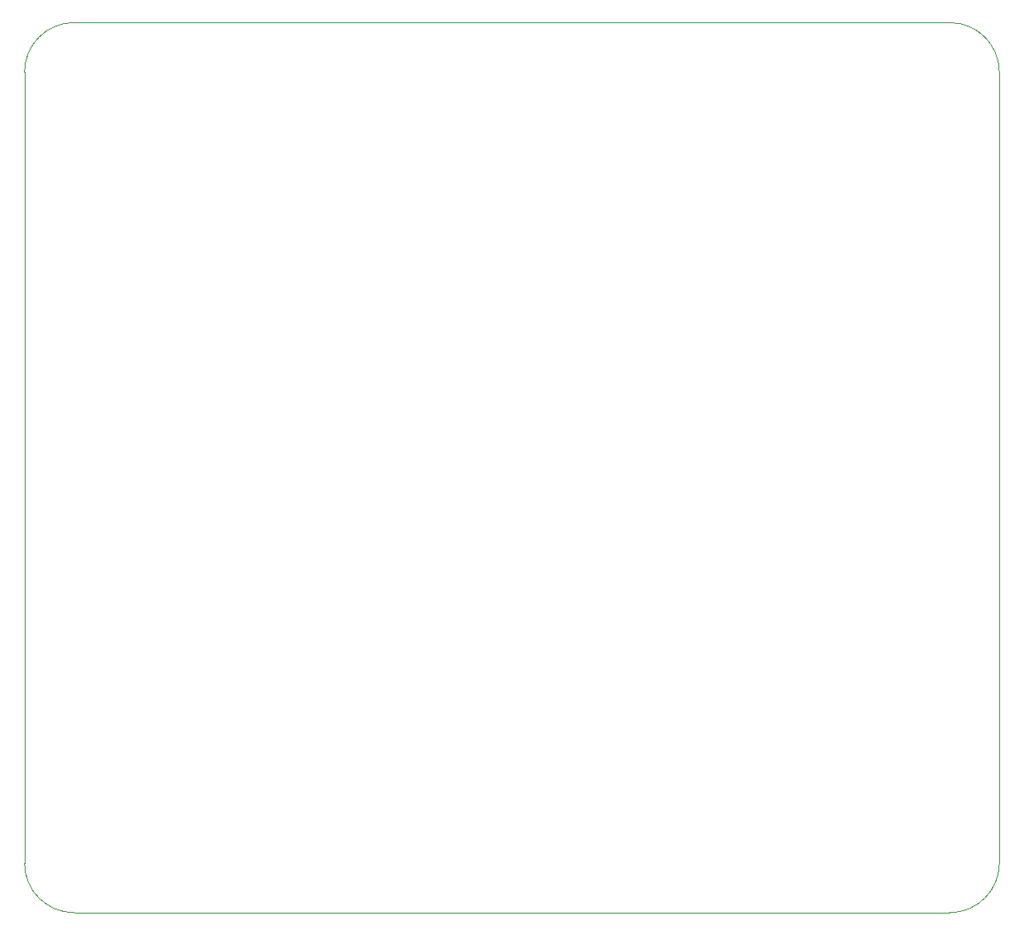
<source format=gbr>
G04 #@! TF.GenerationSoftware,KiCad,Pcbnew,(5.1.2-1)-1*
G04 #@! TF.CreationDate,2019-09-13T01:21:56-04:00*
G04 #@! TF.ProjectId,GR_SoundLogic01,47525f53-6f75-46e6-944c-6f6769633031,rev?*
G04 #@! TF.SameCoordinates,Original*
G04 #@! TF.FileFunction,Profile,NP*
%FSLAX46Y46*%
G04 Gerber Fmt 4.6, Leading zero omitted, Abs format (unit mm)*
G04 Created by KiCad (PCBNEW (5.1.2-1)-1) date 2019-09-13 01:21:56*
%MOMM*%
%LPD*%
G04 APERTURE LIST*
%ADD10C,0.025400*%
G04 APERTURE END LIST*
D10*
X93091000Y-136271000D02*
G75*
G02X88011000Y-131191000I0J5080000D01*
G01*
X187960000Y-131191000D02*
G75*
G02X182880000Y-136271000I-5080000J0D01*
G01*
X182880000Y-44958000D02*
G75*
G02X187960000Y-50038000I0J-5080000D01*
G01*
X88011000Y-50038000D02*
G75*
G02X93091000Y-44958000I5080000J0D01*
G01*
X88011000Y-131191000D02*
X88011000Y-50038000D01*
X182880000Y-136271000D02*
X93091000Y-136271000D01*
X187960000Y-50038000D02*
X187960000Y-131191000D01*
X93091000Y-44958000D02*
X182880000Y-44958000D01*
M02*

</source>
